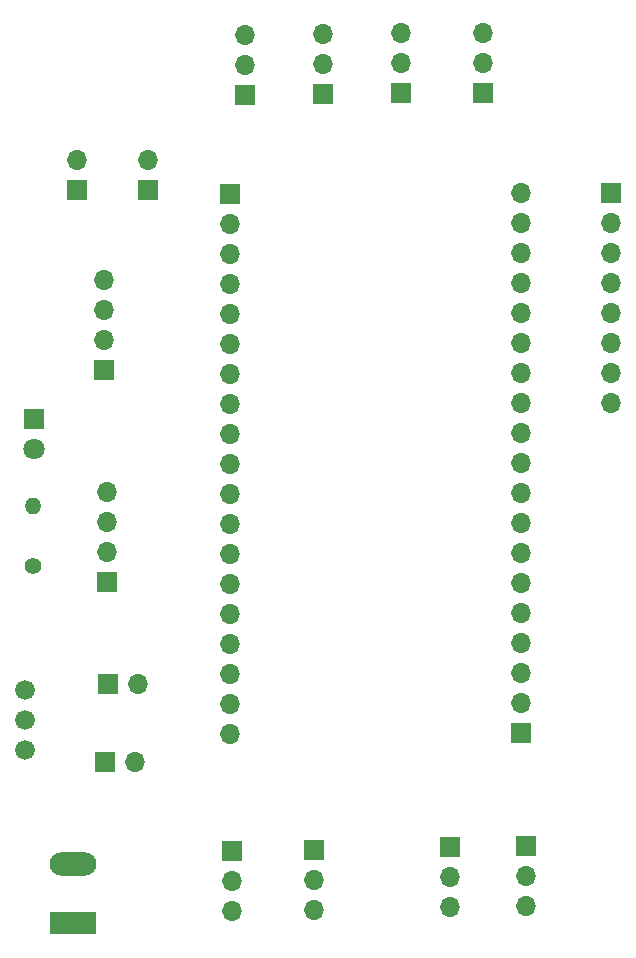
<source format=gbr>
%TF.GenerationSoftware,KiCad,Pcbnew,7.0.1*%
%TF.CreationDate,2023-10-13T19:27:18+02:00*%
%TF.ProjectId,PCB_ESP32,5043425f-4553-4503-9332-2e6b69636164,rev?*%
%TF.SameCoordinates,Original*%
%TF.FileFunction,Copper,L1,Top*%
%TF.FilePolarity,Positive*%
%FSLAX46Y46*%
G04 Gerber Fmt 4.6, Leading zero omitted, Abs format (unit mm)*
G04 Created by KiCad (PCBNEW 7.0.1) date 2023-10-13 19:27:18*
%MOMM*%
%LPD*%
G01*
G04 APERTURE LIST*
%TA.AperFunction,ComponentPad*%
%ADD10R,1.700000X1.700000*%
%TD*%
%TA.AperFunction,ComponentPad*%
%ADD11O,1.700000X1.700000*%
%TD*%
%TA.AperFunction,ComponentPad*%
%ADD12R,1.800000X1.800000*%
%TD*%
%TA.AperFunction,ComponentPad*%
%ADD13C,1.800000*%
%TD*%
%TA.AperFunction,ComponentPad*%
%ADD14R,3.960000X1.980000*%
%TD*%
%TA.AperFunction,ComponentPad*%
%ADD15O,3.960000X1.980000*%
%TD*%
%TA.AperFunction,ComponentPad*%
%ADD16C,1.676400*%
%TD*%
%TA.AperFunction,ComponentPad*%
%ADD17C,1.400000*%
%TD*%
%TA.AperFunction,ComponentPad*%
%ADD18O,1.400000X1.400000*%
%TD*%
G04 APERTURE END LIST*
D10*
%TO.P,J17,1,Pin_1*%
%TO.N,3V3*%
X104350000Y-104225000D03*
D11*
%TO.P,J17,2,Pin_2*%
%TO.N,GND*%
X104350000Y-101685000D03*
%TD*%
D10*
%TO.P,KNEE_L1,1,Pin_1*%
%TO.N,G17*%
X118550000Y-96140000D03*
D11*
%TO.P,KNEE_L1,2,Pin_2*%
%TO.N,VCC*%
X118550000Y-93600000D03*
%TO.P,KNEE_L1,3,Pin_3*%
%TO.N,GND*%
X118550000Y-91060000D03*
%TD*%
D10*
%TO.P,GAL_R1,1,Pin_1*%
%TO.N,G14*%
X106850000Y-137390000D03*
D11*
%TO.P,GAL_R1,2,Pin_2*%
%TO.N,G27*%
X106850000Y-134850000D03*
%TO.P,GAL_R1,3,Pin_3*%
%TO.N,G26*%
X106850000Y-132310000D03*
%TO.P,GAL_R1,4,Pin_4*%
%TO.N,G25*%
X106850000Y-129770000D03*
%TD*%
D10*
%TO.P,J18,1,Pin_1*%
%TO.N,VCC*%
X106975000Y-146050000D03*
D11*
%TO.P,J18,2,Pin_2*%
%TO.N,GND*%
X109515000Y-146050000D03*
%TD*%
D10*
%TO.P,HIP2_L1,1,Pin_1*%
%TO.N,G4*%
X135950000Y-159800000D03*
D11*
%TO.P,HIP2_L1,2,Pin_2*%
%TO.N,VCC*%
X135950000Y-162340000D03*
%TO.P,HIP2_L1,3,Pin_3*%
%TO.N,GND*%
X135950000Y-164880000D03*
%TD*%
D10*
%TO.P,J16,1,Pin_1*%
%TO.N,3V3*%
X110350000Y-104200000D03*
D11*
%TO.P,J16,2,Pin_2*%
%TO.N,GND*%
X110350000Y-101660000D03*
%TD*%
D10*
%TO.P,J2,1,Pin_1*%
%TO.N,VCC*%
X149600000Y-104450000D03*
D11*
%TO.P,J2,2,Pin_2*%
%TO.N,GND*%
X149600000Y-106990000D03*
%TO.P,J2,3,Pin_3*%
%TO.N,G22*%
X149600000Y-109530000D03*
%TO.P,J2,4,Pin_4*%
%TO.N,G21*%
X149600000Y-112070000D03*
%TO.P,J2,5,Pin_5*%
%TO.N,unconnected-(J2-Pin_5-Pad5)*%
X149600000Y-114610000D03*
%TO.P,J2,6,Pin_6*%
%TO.N,unconnected-(J2-Pin_6-Pad6)*%
X149600000Y-117150000D03*
%TO.P,J2,7,Pin_7*%
%TO.N,unconnected-(J2-Pin_7-Pad7)*%
X149600000Y-119690000D03*
%TO.P,J2,8,Pin_8*%
%TO.N,unconnected-(J2-Pin_8-Pad8)*%
X149600000Y-122230000D03*
%TD*%
D10*
%TO.P,J4,1,Pin_1*%
%TO.N,CLK*%
X141900000Y-150200000D03*
D11*
%TO.P,J4,2,Pin_2*%
%TO.N,SD0*%
X141900000Y-147660000D03*
%TO.P,J4,3,Pin_3*%
%TO.N,SD1*%
X141900000Y-145120000D03*
%TO.P,J4,4,Pin_4*%
%TO.N,G15*%
X141900000Y-142580000D03*
%TO.P,J4,5,Pin_5*%
%TO.N,G2*%
X141900000Y-140040000D03*
%TO.P,J4,6,Pin_6*%
%TO.N,G0*%
X141900000Y-137500000D03*
%TO.P,J4,7,Pin_7*%
%TO.N,G4*%
X141900000Y-134960000D03*
%TO.P,J4,8,Pin_8*%
%TO.N,G16*%
X141900000Y-132420000D03*
%TO.P,J4,9,Pin_9*%
%TO.N,G17*%
X141900000Y-129880000D03*
%TO.P,J4,10,Pin_10*%
%TO.N,G5*%
X141900000Y-127340000D03*
%TO.P,J4,11,Pin_11*%
%TO.N,G18*%
X141900000Y-124800000D03*
%TO.P,J4,12,Pin_12*%
%TO.N,G19*%
X141900000Y-122260000D03*
%TO.P,J4,13,Pin_13*%
%TO.N,GND*%
X141900000Y-119720000D03*
%TO.P,J4,14,Pin_14*%
%TO.N,G21*%
X141900000Y-117180000D03*
%TO.P,J4,15,Pin_15*%
%TO.N,RX0*%
X141900000Y-114640000D03*
%TO.P,J4,16,Pin_16*%
%TO.N,TX0*%
X141900000Y-112100000D03*
%TO.P,J4,17,Pin_17*%
%TO.N,G22*%
X141900000Y-109560000D03*
%TO.P,J4,18,Pin_18*%
%TO.N,G23*%
X141900000Y-107020000D03*
%TO.P,J4,19,Pin_19*%
%TO.N,GND*%
X141900000Y-104480000D03*
%TD*%
D10*
%TO.P,HIP2_R1,1,Pin_1*%
%TO.N,G16*%
X124450000Y-160050000D03*
D11*
%TO.P,HIP2_R1,2,Pin_2*%
%TO.N,VCC*%
X124450000Y-162590000D03*
%TO.P,HIP2_R1,3,Pin_3*%
%TO.N,GND*%
X124450000Y-165130000D03*
%TD*%
%TO.P,HIP_R1,3,Pin_3*%
%TO.N,GND*%
X117500000Y-165280000D03*
%TO.P,HIP_R1,2,Pin_2*%
%TO.N,VCC*%
X117500000Y-162740000D03*
D10*
%TO.P,HIP_R1,1,Pin_1*%
%TO.N,G13*%
X117500000Y-160200000D03*
%TD*%
%TO.P,KNEE_R1,1,Pin_1*%
%TO.N,G19*%
X131800000Y-95980000D03*
D11*
%TO.P,KNEE_R1,2,Pin_2*%
%TO.N,VCC*%
X131800000Y-93440000D03*
%TO.P,KNEE_R1,3,Pin_3*%
%TO.N,GND*%
X131800000Y-90900000D03*
%TD*%
D12*
%TO.P,D1,1,K*%
%TO.N,GND*%
X100700000Y-123560000D03*
D13*
%TO.P,D1,2,A*%
%TO.N,Net-(D1-A)*%
X100700000Y-126100000D03*
%TD*%
D14*
%TO.P,J1,1,Pin_1*%
%TO.N,GND*%
X104000000Y-166300000D03*
D15*
%TO.P,J1,2,Pin_2*%
%TO.N,+5V*%
X104000000Y-161300000D03*
%TD*%
D11*
%TO.P,ANKLE_L1,3,Pin_3*%
%TO.N,GND*%
X142400000Y-164830000D03*
%TO.P,ANKLE_L1,2,Pin_2*%
%TO.N,VCC*%
X142400000Y-162290000D03*
D10*
%TO.P,ANKLE_L1,1,Pin_1*%
%TO.N,G15*%
X142400000Y-159750000D03*
%TD*%
%TO.P,GAL_L1,1,Pin_1*%
%TO.N,G33*%
X106600000Y-119440000D03*
D11*
%TO.P,GAL_L1,2,Pin_2*%
%TO.N,G32*%
X106600000Y-116900000D03*
%TO.P,GAL_L1,3,Pin_3*%
%TO.N,G35*%
X106600000Y-114360000D03*
%TO.P,GAL_L1,4,Pin_4*%
%TO.N,G34*%
X106600000Y-111820000D03*
%TD*%
D16*
%TO.P,S1,O*%
%TO.N,GND*%
X99950000Y-146510000D03*
%TO.P,S1,P*%
%TO.N,VCC*%
X99950000Y-149050000D03*
%TO.P,S1,S*%
%TO.N,+5V*%
X99950000Y-151590000D03*
%TD*%
D11*
%TO.P,HIP_L1,3,Pin_3*%
%TO.N,GND*%
X138750000Y-90900000D03*
%TO.P,HIP_L1,2,Pin_2*%
%TO.N,VCC*%
X138750000Y-93440000D03*
D10*
%TO.P,HIP_L1,1,Pin_1*%
%TO.N,G23*%
X138750000Y-95980000D03*
%TD*%
%TO.P,ANKLE_R1,1,Pin_1*%
%TO.N,G18*%
X125150000Y-96080000D03*
D11*
%TO.P,ANKLE_R1,2,Pin_2*%
%TO.N,VCC*%
X125150000Y-93540000D03*
%TO.P,ANKLE_R1,3,Pin_3*%
%TO.N,GND*%
X125150000Y-91000000D03*
%TD*%
D10*
%TO.P,J3,1,Pin_1*%
%TO.N,3V3*%
X117295000Y-104500000D03*
D11*
%TO.P,J3,2,Pin_2*%
%TO.N,EN*%
X117295000Y-107040000D03*
%TO.P,J3,3,Pin_3*%
%TO.N,SP*%
X117295000Y-109580000D03*
%TO.P,J3,4,Pin_4*%
%TO.N,SN*%
X117295000Y-112120000D03*
%TO.P,J3,5,Pin_5*%
%TO.N,G34*%
X117295000Y-114660000D03*
%TO.P,J3,6,Pin_6*%
%TO.N,G35*%
X117295000Y-117200000D03*
%TO.P,J3,7,Pin_7*%
%TO.N,G32*%
X117295000Y-119740000D03*
%TO.P,J3,8,Pin_8*%
%TO.N,G33*%
X117295000Y-122280000D03*
%TO.P,J3,9,Pin_9*%
%TO.N,G25*%
X117295000Y-124820000D03*
%TO.P,J3,10,Pin_10*%
%TO.N,G26*%
X117295000Y-127360000D03*
%TO.P,J3,11,Pin_11*%
%TO.N,G27*%
X117295000Y-129900000D03*
%TO.P,J3,12,Pin_12*%
%TO.N,G14*%
X117295000Y-132440000D03*
%TO.P,J3,13,Pin_13*%
%TO.N,G12*%
X117295000Y-134980000D03*
%TO.P,J3,14,Pin_14*%
%TO.N,GND*%
X117295000Y-137520000D03*
%TO.P,J3,15,Pin_15*%
%TO.N,G13*%
X117295000Y-140060000D03*
%TO.P,J3,16,Pin_16*%
%TO.N,SD2*%
X117295000Y-142600000D03*
%TO.P,J3,17,Pin_17*%
%TO.N,SD3*%
X117295000Y-145140000D03*
%TO.P,J3,18,Pin_18*%
%TO.N,CMD*%
X117295000Y-147680000D03*
%TO.P,J3,19,Pin_19*%
%TO.N,VCC*%
X117295000Y-150220000D03*
%TD*%
D17*
%TO.P,R1,1*%
%TO.N,VCC*%
X100650000Y-136040000D03*
D18*
%TO.P,R1,2*%
%TO.N,Net-(D1-A)*%
X100650000Y-130960000D03*
%TD*%
D10*
%TO.P,J19,1,Pin_1*%
%TO.N,VCC*%
X106725000Y-152650000D03*
D11*
%TO.P,J19,2,Pin_2*%
%TO.N,GND*%
X109265000Y-152650000D03*
%TD*%
M02*

</source>
